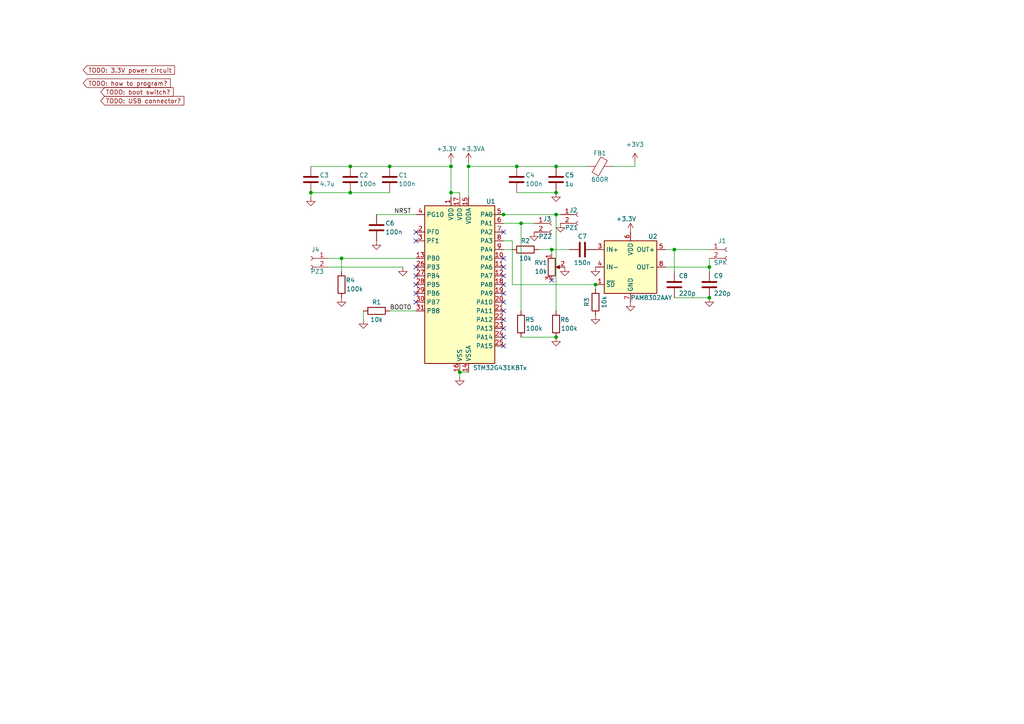
<source format=kicad_sch>
(kicad_sch (version 20230121) (generator eeschema)
  (paper "A4")
  (lib_symbols
    (symbol "Amplifier_Audio:PAM8302AAY"
      (property "Reference" "U" (at 7.62 11.43 0))
      (property "Value" "PAM8302AAY" (at 7.62 8.89 0))
      (symbol "PAM8302AAY_0_1"
        (rectangle (start -7.62 7.62) (end 7.62 -7.62) (stroke (width 0.254)) (fill (type background)))
      )
      (symbol "PAM8302AAY_1_1"
        (pin input line (at -10.16 -5.08 0) (length 2.54) (name "~{SD}") (number "1"))
        (pin no_connect line (at 7.62 -5.08 180) (length 2.54) hide (name "NC") (number "2"))
        (pin input line (at -10.16 5.08 0) (length 2.54) (name "IN+") (number "3"))
        (pin input line (at -10.16 0 0) (length 2.54) (name "IN-") (number "4"))
        (pin output line (at 10.16 5.08 180) (length 2.54) (name "OUT+") (number "5"))
        (pin power_in line (at 0 10.16 270) (length 2.54) (name "VDD") (number "6"))
        (pin power_in line (at 0 -10.16 90) (length 2.54) (name "GND") (number "7"))
        (pin output line (at 10.16 0 180) (length 2.54) (name "OUT-") (number "8"))
      )
    )
    (symbol "Connector:Conn_01x02_Socket" (pin_names (offset 1.016) hide)
      (property "Reference" "J" (at 0 2.54 0))
      (property "Value" "Conn_01x02_Socket" (at 0 -5.08 0))
      (symbol "Conn_01x02_Socket_1_1"
        (arc (start 0 -2.032) (mid -0.5058 -2.54) (end 0 -3.048) (stroke (width 0.1524)))
        (polyline (pts (xy -1.27 -2.54) (xy -0.508 -2.54)) (stroke (width 0.1524)))
        (polyline (pts (xy -1.27 0) (xy -0.508 0)) (stroke (width 0.1524)))
        (arc (start 0 0.508) (mid -0.5058 0) (end 0 -0.508) (stroke (width 0.1524)))
        (pin passive line (at -5.08 0 0) (length 3.81) (name "Pin_1") (number "1"))
        (pin passive line (at -5.08 -2.54 0) (length 3.81) (name "Pin_2") (number "2"))
      )
    )
    (symbol "Device:C" (pin_numbers hide) (pin_names (offset 0.254))
      (property "Reference" "C" (at 0.635 2.54 0))
      (property "Value" "C" (at 0.635 -2.54 0))
      (symbol "C_0_1"
        (polyline (pts (xy -2.032 -0.762) (xy 2.032 -0.762)) (stroke (width 0.508)))
        (polyline (pts (xy -2.032 0.762) (xy 2.032 0.762)) (stroke (width 0.508)))
      )
      (symbol "C_1_1"
        (pin passive line (at 0 3.81 270) (length 2.794) (name "~") (number "1"))
        (pin passive line (at 0 -3.81 90) (length 2.794) (name "~") (number "2"))
      )
    )
    (symbol "Device:FerriteBead" (pin_numbers hide) (pin_names (offset 0))
      (property "Reference" "FB" (at -3.81 0.635 90))
      (property "Value" "FerriteBead" (at 3.81 0 90))
      (symbol "FerriteBead_0_1"
        (polyline (pts (xy 0 -1.27) (xy 0 -1.2192)))
        (polyline (pts (xy 0 1.27) (xy 0 1.2954)))
        (polyline (pts (xy -2.7686 0.4064) (xy -1.7018 2.2606) (xy 2.7686 -0.3048) (xy 1.6764 -2.159) (xy -2.7686 0.4064)))
      )
      (symbol "FerriteBead_1_1"
        (pin passive line (at 0 3.81 270) (length 2.54) (name "~") (number "1"))
        (pin passive line (at 0 -3.81 90) (length 2.54) (name "~") (number "2"))
      )
    )
    (symbol "Device:R" (pin_numbers hide) (pin_names (offset 0))
      (property "Reference" "R" (at 2.032 0 90))
      (property "Value" "R" (at 0 0 90))
      (symbol "R_0_1"
        (rectangle (start -1.016 -2.54) (end 1.016 2.54) (stroke (width 0.254)))
      )
      (symbol "R_1_1"
        (pin passive line (at 0 3.81 270) (length 1.27) (name "~") (number "1"))
        (pin passive line (at 0 -3.81 90) (length 1.27) (name "~") (number "2"))
      )
    )
    (symbol "Device:R_Potentiometer" (pin_names (offset 1.016) hide)
      (property "Reference" "RV" (at -4.445 0 90))
      (property "Value" "R_Potentiometer" (at -2.54 0 90))
      (symbol "R_Potentiometer_0_1"
        (polyline (pts (xy 2.54 0) (xy 1.524 0)))
        (polyline (pts (xy 1.143 0) (xy 2.286 0.508) (xy 2.286 -0.508) (xy 1.143 0)) (fill (type outline)))
        (rectangle (start 1.016 2.54) (end -1.016 -2.54) (stroke (width 0.254)))
      )
      (symbol "R_Potentiometer_1_1"
        (pin passive line (at 0 3.81 270) (length 1.27) (name "1") (number "1"))
        (pin passive line (at 3.81 0 180) (length 1.27) (name "2") (number "2"))
        (pin passive line (at 0 -3.81 90) (length 1.27) (name "3") (number "3"))
      )
    )
    (symbol "MCU_ST_STM32G4:STM32G431KBTx"
      (property "Reference" "U" (at -10.16 24.13 0))
      (property "Value" "STM32G431KBTx" (at 5.08 24.13 0))
      (symbol "STM32G431KBTx_0_1"
        (rectangle (start -10.16 -22.86) (end 10.16 22.86) (stroke (width 0.254)) (fill (type background)))
      )
      (symbol "STM32G431KBTx_1_1"
        (pin power_in line (at -2.54 25.4 270) (length 2.54) (name "VDD") (number "1"))
        (pin bidirectional line (at 12.7 7.62 180) (length 2.54) (name "PA5") (number "10"))
        (pin bidirectional line (at 12.7 5.08 180) (length 2.54) (name "PA6") (number "11"))
        (pin bidirectional line (at 12.7 2.54 180) (length 2.54) (name "PA7") (number "12"))
        (pin bidirectional line (at -12.7 7.62 0) (length 2.54) (name "PB0") (number "13"))
        (pin power_in line (at 2.54 -25.4 90) (length 2.54) (name "VSSA") (number "14"))
        (pin power_in line (at 2.54 25.4 270) (length 2.54) (name "VDDA") (number "15"))
        (pin power_in line (at 0 -25.4 90) (length 2.54) (name "VSS") (number "16"))
        (pin power_in line (at 0 25.4 270) (length 2.54) (name "VDD") (number "17"))
        (pin bidirectional line (at 12.7 0 180) (length 2.54) (name "PA8") (number "18"))
        (pin bidirectional line (at 12.7 -2.54 180) (length 2.54) (name "PA9") (number "19"))
        (pin bidirectional line (at -12.7 15.24 0) (length 2.54) (name "PF0") (number "2"))
        (pin bidirectional line (at 12.7 -5.08 180) (length 2.54) (name "PA10") (number "20"))
        (pin bidirectional line (at 12.7 -7.62 180) (length 2.54) (name "PA11") (number "21"))
        (pin bidirectional line (at 12.7 -10.16 180) (length 2.54) (name "PA12") (number "22"))
        (pin bidirectional line (at 12.7 -12.7 180) (length 2.54) (name "PA13") (number "23"))
        (pin bidirectional line (at 12.7 -15.24 180) (length 2.54) (name "PA14") (number "24"))
        (pin bidirectional line (at 12.7 -17.78 180) (length 2.54) (name "PA15") (number "25"))
        (pin bidirectional line (at -12.7 5.08 0) (length 2.54) (name "PB3") (number "26"))
        (pin bidirectional line (at -12.7 2.54 0) (length 2.54) (name "PB4") (number "27"))
        (pin bidirectional line (at -12.7 0 0) (length 2.54) (name "PB5") (number "28"))
        (pin bidirectional line (at -12.7 -2.54 0) (length 2.54) (name "PB6") (number "29"))
        (pin bidirectional line (at -12.7 12.7 0) (length 2.54) (name "PF1") (number "3"))
        (pin bidirectional line (at -12.7 -5.08 0) (length 2.54) (name "PB7") (number "30"))
        (pin bidirectional line (at -12.7 -7.62 0) (length 2.54) (name "PB8") (number "31"))
        (pin passive line (at 0 -25.4 90) (length 2.54) hide (name "VSS") (number "32"))
        (pin bidirectional line (at -12.7 20.32 0) (length 2.54) (name "PG10") (number "4"))
        (pin bidirectional line (at 12.7 20.32 180) (length 2.54) (name "PA0") (number "5"))
        (pin bidirectional line (at 12.7 17.78 180) (length 2.54) (name "PA1") (number "6"))
        (pin bidirectional line (at 12.7 15.24 180) (length 2.54) (name "PA2") (number "7"))
        (pin bidirectional line (at 12.7 12.7 180) (length 2.54) (name "PA3") (number "8"))
        (pin bidirectional line (at 12.7 10.16 180) (length 2.54) (name "PA4") (number "9"))
      )
    )
    (symbol "power:+3.3V" (power) (pin_names (offset 0))
      (property "Value" "+3.3V" (at 0 3.556 0))
      (symbol "+3.3V_0_1"
        (polyline (pts (xy -0.762 1.27) (xy 0 2.54)))
        (polyline (pts (xy 0 0) (xy 0 2.54)))
        (polyline (pts (xy 0 2.54) (xy 0.762 1.27)))
      )
      (symbol "+3.3V_1_1"
        (pin power_in line (at 0 0 90) (length 0) hide (name "+3.3V") (number "1"))
      )
    )
    (symbol "power:+3.3VA" (power) (pin_names (offset 0))
      (property "Value" "+3.3VA" (at 0 3.556 0))
      (symbol "+3.3VA_0_1"
        (polyline (pts (xy -0.762 1.27) (xy 0 2.54)))
        (polyline (pts (xy 0 0) (xy 0 2.54)))
        (polyline (pts (xy 0 2.54) (xy 0.762 1.27)))
      )
      (symbol "+3.3VA_1_1"
        (pin power_in line (at 0 0 90) (length 0) hide (name "+3.3VA") (number "1"))
      )
    )
    (symbol "power:+3V3" (power) (pin_names (offset 0))
      (property "Value" "+3V3" (at 0 3.556 0))
      (symbol "+3V3_0_1"
        (polyline (pts (xy -0.762 1.27) (xy 0 2.54)))
        (polyline (pts (xy 0 0) (xy 0 2.54)))
        (polyline (pts (xy 0 2.54) (xy 0.762 1.27)))
      )
      (symbol "+3V3_1_1"
        (pin power_in line (at 0 0 90) (length 0) hide (name "+3V3") (number "1"))
      )
    )
    (symbol "power:GND" (power) (pin_names (offset 0))
      (property "Value" "GND" (at 0 -3.81 0))
      (symbol "GND_0_1"
        (polyline (pts (xy 0 0) (xy 0 -1.27) (xy 1.27 -1.27) (xy 0 -2.54) (xy -1.27 -1.27) (xy 0 -1.27)))
      )
      (symbol "GND_1_1"
        (pin power_in line (at 0 0 270) (length 0) hide (name "GND") (number "1"))
      )
    )
  )
  (junction (at 161.29 97.79))
  (junction (at 172.72 82.55))
  (junction (at 90.17 55.88))
  (junction (at 130.81 55.88))
  (junction (at 149.86 48.26))
  (junction (at 99.06 74.93))
  (junction (at 135.89 48.26))
  (junction (at 205.74 86.36))
  (junction (at 151.13 64.77))
  (junction (at 113.03 48.26))
  (junction (at 101.6 55.88))
  (junction (at 195.58 72.39))
  (junction (at 133.35 107.95))
  (junction (at 205.74 77.47))
  (junction (at 146.05 62.23))
  (junction (at 160.02 72.39))
  (junction (at 161.29 55.88))
  (junction (at 161.29 62.23))
  (junction (at 161.29 48.26))
  (junction (at 130.81 48.26))
  (junction (at 101.6 48.26))
  (no_connect (at 146.05 97.79))
  (no_connect (at 120.65 85.09))
  (no_connect (at 120.65 77.47))
  (no_connect (at 120.65 87.63))
  (no_connect (at 146.05 82.55))
  (no_connect (at 120.65 80.01))
  (no_connect (at 146.05 92.71))
  (no_connect (at 120.65 82.55))
  (no_connect (at 146.05 87.63))
  (no_connect (at 146.05 95.25))
  (no_connect (at 146.05 90.17))
  (no_connect (at 146.05 85.09))
  (no_connect (at 146.05 100.33))
  (no_connect (at 146.05 80.01))
  (no_connect (at 146.05 67.31))
  (no_connect (at 146.05 77.47))
  (no_connect (at 120.65 69.85))
  (no_connect (at 120.65 67.31))
  (no_connect (at 146.05 74.93))
  (no_connect (at 160.02 81.28))
  (wire (pts (xy 133.35 55.88) (xy 133.35 57.15)))
  (wire (pts (xy 146.05 64.77) (xy 151.13 64.77)))
  (wire (pts (xy 130.81 46.99) (xy 130.81 48.26)))
  (wire (pts (xy 205.74 77.47) (xy 205.74 78.74)))
  (wire (pts (xy 140.97 62.23) (xy 146.05 62.23)))
  (wire (pts (xy 148.59 82.55) (xy 172.72 82.55)))
  (wire (pts (xy 161.29 62.23) (xy 162.56 62.23)))
  (wire (pts (xy 101.6 48.26) (xy 90.17 48.26)))
  (wire (pts (xy 113.03 48.26) (xy 101.6 48.26)))
  (wire (pts (xy 135.89 46.99) (xy 135.89 48.26)))
  (wire (pts (xy 172.72 82.55) (xy 172.72 83.82)))
  (wire (pts (xy 148.59 69.85) (xy 148.59 82.55)))
  (wire (pts (xy 161.29 62.23) (xy 161.29 90.17)))
  (wire (pts (xy 184.15 46.99) (xy 184.15 48.26)))
  (wire (pts (xy 130.81 55.88) (xy 130.81 57.15)))
  (wire (pts (xy 165.1 72.39) (xy 160.02 72.39)))
  (wire (pts (xy 135.89 48.26) (xy 149.86 48.26)))
  (wire (pts (xy 156.21 72.39) (xy 160.02 72.39)))
  (wire (pts (xy 161.29 48.26) (xy 170.18 48.26)))
  (wire (pts (xy 133.35 107.95) (xy 133.35 109.22)))
  (wire (pts (xy 109.22 62.23) (xy 120.65 62.23)))
  (wire (pts (xy 133.35 107.95) (xy 135.89 107.95)))
  (wire (pts (xy 130.81 48.26) (xy 113.03 48.26)))
  (wire (pts (xy 151.13 64.77) (xy 151.13 90.17)))
  (wire (pts (xy 151.13 64.77) (xy 154.94 64.77)))
  (wire (pts (xy 99.06 74.93) (xy 120.65 74.93)))
  (wire (pts (xy 130.81 55.88) (xy 133.35 55.88)))
  (wire (pts (xy 101.6 55.88) (xy 113.03 55.88)))
  (wire (pts (xy 151.13 97.79) (xy 161.29 97.79)))
  (wire (pts (xy 205.74 77.47) (xy 205.74 74.93)))
  (wire (pts (xy 195.58 72.39) (xy 205.74 72.39)))
  (wire (pts (xy 99.06 74.93) (xy 99.06 78.74)))
  (wire (pts (xy 90.17 57.15) (xy 90.17 55.88)))
  (wire (pts (xy 90.17 55.88) (xy 101.6 55.88)))
  (wire (pts (xy 193.04 77.47) (xy 205.74 77.47)))
  (wire (pts (xy 146.05 62.23) (xy 161.29 62.23)))
  (wire (pts (xy 160.02 72.39) (xy 160.02 73.66)))
  (wire (pts (xy 105.41 90.17) (xy 105.41 92.71)))
  (wire (pts (xy 184.15 48.26) (xy 177.8 48.26)))
  (wire (pts (xy 195.58 86.36) (xy 205.74 86.36)))
  (wire (pts (xy 135.89 48.26) (xy 135.89 57.15)))
  (wire (pts (xy 146.05 69.85) (xy 148.59 69.85)))
  (wire (pts (xy 130.81 55.88) (xy 130.81 48.26)))
  (wire (pts (xy 149.86 55.88) (xy 161.29 55.88)))
  (wire (pts (xy 95.25 74.93) (xy 99.06 74.93)))
  (wire (pts (xy 149.86 48.26) (xy 161.29 48.26)))
  (wire (pts (xy 148.59 72.39) (xy 146.05 72.39)))
  (wire (pts (xy 195.58 72.39) (xy 195.58 78.74)))
  (wire (pts (xy 95.25 77.47) (xy 116.84 77.47)))
  (wire (pts (xy 113.03 90.17) (xy 120.65 90.17)))
  (wire (pts (xy 193.04 72.39) (xy 195.58 72.39)))
  (label "NRST" (at 114.3 62.23 0))
  (label "BOOT0" (at 113.03 90.17 0))
  (global_label "TODO: how to program?" (shape input) (at 24.13 24.13 0) (property "Intersheetrefs" "${INTERSHEET_REFS}" (effects hide)))
  (global_label "TODO: 3.3V power circuit" (shape input) (at 24.13 20.32 0) (property "Intersheetrefs" "${INTERSHEET_REFS}" (effects hide)))
  (global_label "TODO: boot switch?" (shape input) (at 29.21 26.67 0) (property "Intersheetrefs" "${INTERSHEET_REFS}" (effects hide)))
  (global_label "TODO: USB connector?" (shape input) (at 29.21 29.21 0) (property "Intersheetrefs" "${INTERSHEET_REFS}" (effects hide)))
  (symbol (lib_id "Device:R") (at 161.29 93.98 0) (unit 1)
    (property "Reference" "R6" (at 163.83 92.71 0))
    (property "Value" "100k" (at 165.1 95.25 0))
  )
  (symbol (lib_id "Device:C") (at 90.17 52.07 0) (unit 1)
    (property "Reference" "C3" (at 92.71 50.8 0) (effects (justify left)))
    (property "Value" "4.7u" (at 92.71 53.34 0) (effects (justify left)))
  )
  (symbol (lib_id "Device:C") (at 149.86 52.07 0) (unit 1)
    (property "Reference" "C4" (at 152.4 50.8 0) (effects (justify left)))
    (property "Value" "100n" (at 152.4 53.34 0) (effects (justify left)))
  )
  (symbol (lib_id "power:GND") (at 172.72 77.47 0) (unit 1)
    (property "Reference" "#PWR09" (effects hide))
    (property "Value" "GND" (effects hide))
  )
  (symbol (lib_id "power:+3.3V") (at 130.81 46.99 0) (unit 1)
    (property "Reference" "#PWR01" (effects hide))
    (property "Value" "+3.3V" (at 129.54 43.18 0))
  )
  (symbol (lib_id "power:GND") (at 109.22 69.85 0) (unit 1)
    (property "Reference" "#PWR08" (effects hide))
    (property "Value" "GND" (effects hide))
  )
  (symbol (lib_id "Device:R") (at 151.13 93.98 0) (unit 1)
    (property "Reference" "R5" (at 153.67 92.71 0))
    (property "Value" "100k" (at 154.94 95.25 0))
  )
  (symbol (lib_id "Device:R") (at 152.4 72.39 90) (unit 1)
    (property "Reference" "R2" (at 152.4 69.85 90))
    (property "Value" "10k" (at 152.4 74.93 90))
  )
  (symbol (lib_id "Connector:Conn_01x02_Socket") (at 167.64 62.23 0) (unit 1)
    (property "Reference" "J2" (at 165.1 60.96 0) (effects (justify left)))
    (property "Value" "PZ1" (at 163.83 66.04 0) (effects (justify left)))
  )
  (symbol (lib_id "Device:C") (at 101.6 52.07 0) (unit 1)
    (property "Reference" "C2" (at 104.14 50.8 0) (effects (justify left)))
    (property "Value" "100n" (at 104.14 53.34 0) (effects (justify left)))
  )
  (symbol (lib_id "Device:C") (at 109.22 66.04 0) (unit 1)
    (property "Reference" "C6" (at 111.76 64.77 0) (effects (justify left)))
    (property "Value" "100n" (at 111.76 67.31 0) (effects (justify left)))
  )
  (symbol (lib_id "power:GND") (at 162.56 64.77 0) (unit 1)
    (property "Reference" "#PWR015" (effects hide))
    (property "Value" "GND" (effects hide))
  )
  (symbol (lib_id "Device:R_Potentiometer") (at 160.02 77.47 0) (unit 1)
    (property "Reference" "RV1" (at 158.75 76.2 0) (effects (justify right)))
    (property "Value" "10k" (at 158.75 78.74 0) (effects (justify right)))
  )
  (symbol (lib_id "power:GND") (at 182.88 87.63 0) (unit 1)
    (property "Reference" "#PWR010" (effects hide))
    (property "Value" "GND" (effects hide))
  )
  (symbol (lib_id "power:GND") (at 116.84 77.47 0) (unit 1)
    (property "Reference" "#PWR017" (effects hide))
    (property "Value" "GND" (effects hide))
  )
  (symbol (lib_id "Device:C") (at 113.03 52.07 0) (unit 1)
    (property "Reference" "C1" (at 115.57 50.8 0) (effects (justify left)))
    (property "Value" "100n" (at 115.57 53.34 0) (effects (justify left)))
  )
  (symbol (lib_id "Connector:Conn_01x02_Socket") (at 90.17 74.93 0) (mirror y) (unit 1)
    (property "Reference" "J4" (at 92.71 72.39 0) (effects (justify left)))
    (property "Value" "PZ3" (at 93.98 78.74 0) (effects (justify left)))
  )
  (symbol (lib_id "Device:C") (at 205.74 82.55 0) (unit 1)
    (property "Reference" "C9" (at 207.01 80.01 0) (effects (justify left)))
    (property "Value" "220p" (at 207.01 85.09 0) (effects (justify left)))
  )
  (symbol (lib_id "Device:R") (at 172.72 87.63 180) (unit 1)
    (property "Reference" "R3" (at 170.18 87.63 90))
    (property "Value" "10k" (at 175.26 87.63 90))
  )
  (symbol (lib_id "power:+3.3VA") (at 135.89 46.99 0) (unit 1)
    (property "Reference" "#PWR04" (effects hide))
    (property "Value" "+3.3VA" (at 137.16 43.18 0))
  )
  (symbol (lib_id "power:GND") (at 154.94 67.31 0) (unit 1)
    (property "Reference" "#PWR016" (effects hide))
    (property "Value" "GND" (effects hide))
  )
  (symbol (lib_id "Device:R") (at 99.06 82.55 180) (unit 1)
    (property "Reference" "R4" (at 101.6 81.28 0))
    (property "Value" "100k" (at 102.87 83.82 0))
  )
  (symbol (lib_id "power:GND") (at 172.72 91.44 0) (unit 1)
    (property "Reference" "#PWR011" (effects hide))
    (property "Value" "GND" (effects hide))
  )
  (symbol (lib_id "Device:R") (at 109.22 90.17 90) (unit 1)
    (property "Reference" "R1" (at 109.22 87.63 90))
    (property "Value" "10k" (at 109.22 92.71 90))
  )
  (symbol (lib_id "Device:C") (at 195.58 82.55 0) (unit 1)
    (property "Reference" "C8" (at 196.85 80.01 0) (effects (justify left)))
    (property "Value" "220p" (at 196.85 85.09 0) (effects (justify left)))
  )
  (symbol (lib_id "power:+3V3") (at 184.15 46.99 0) (unit 1)
    (property "Reference" "#PWR06" (effects hide))
    (property "Value" "+3V3" (at 184.15 41.91 0))
  )
  (symbol (lib_id "Device:FerriteBead") (at 173.99 48.26 90) (unit 1)
    (property "Reference" "FB1" (at 173.99 44.45 90))
    (property "Value" "600R" (at 173.99 52.07 90))
  )
  (symbol (lib_id "Amplifier_Audio:PAM8302AAY") (at 182.88 77.47 0) (unit 1)
    (property "Reference" "U2" (at 187.96 68.58 0) (effects (justify left)))
    (property "Value" "PAM8302AAY" (at 182.88 86.36 0) (effects (justify left)))
    (property "Footprint" "Package_DFN_QFN:DFN-8-1EP_3x3mm_P0.65mm_EP1.55x2.4mm" (effects hide))
    (property "Datasheet" "https://www.diodes.com/assets/Datasheets/PAM8302A.pdf" (effects hide))
  )
  (symbol (lib_id "Connector:Conn_01x02_Socket") (at 210.82 72.39 0) (unit 1)
    (property "Reference" "J1" (at 208.28 69.85 0) (effects (justify left)))
    (property "Value" "SPK " (at 207.01 76.2 0) (effects (justify left)))
  )
  (symbol (lib_id "power:GND") (at 90.17 57.15 0) (unit 1)
    (property "Reference" "#PWR02" (effects hide))
    (property "Value" "GND" (effects hide))
  )
  (symbol (lib_id "power:GND") (at 161.29 97.79 0) (unit 1)
    (property "Reference" "#PWR019" (effects hide))
    (property "Value" "GND" (effects hide))
  )
  (symbol (lib_id "power:GND") (at 99.06 86.36 0) (unit 1)
    (property "Reference" "#PWR018" (effects hide))
    (property "Value" "GND" (effects hide))
  )
  (symbol (lib_id "Connector:Conn_01x02_Socket") (at 160.02 64.77 0) (unit 1)
    (property "Reference" "J3" (at 157.48 63.5 0) (effects (justify left)))
    (property "Value" "PZ2" (at 156.21 68.58 0) (effects (justify left)))
  )
  (symbol (lib_id "power:GND") (at 133.35 109.22 0) (unit 1)
    (property "Reference" "#PWR03" (effects hide))
    (property "Value" "GND" (effects hide))
  )
  (symbol (lib_id "power:+3.3V") (at 182.88 67.31 0) (unit 1)
    (property "Reference" "#PWR012" (effects hide))
    (property "Value" "+3.3V" (at 181.61 63.5 0))
  )
  (symbol (lib_id "Device:C") (at 168.91 72.39 90) (unit 1)
    (property "Reference" "C7" (at 168.91 68.58 90))
    (property "Value" "150n" (at 168.91 76.2 90))
  )
  (symbol (lib_id "power:GND") (at 163.83 77.47 0) (unit 1)
    (property "Reference" "#PWR013" (effects hide))
    (property "Value" "GND" (effects hide))
  )
  (symbol (lib_id "power:GND") (at 205.74 86.36 0) (unit 1)
    (property "Reference" "#PWR014" (effects hide))
    (property "Value" "GND" (effects hide))
  )
  (symbol (lib_id "Device:C") (at 161.29 52.07 0) (unit 1)
    (property "Reference" "C5" (at 163.83 50.8 0) (effects (justify left)))
    (property "Value" "1u" (at 163.83 53.34 0) (effects (justify left)))
  )
  (symbol (lib_id "MCU_ST_STM32G4:STM32G431KBTx") (at 133.35 82.55 0) (unit 1)
    (property "Reference" "U1" (at 140.97 58.42 0) (effects (justify left)))
    (property "Value" "STM32G431KBTx" (at 137.16 106.68 0) (effects (justify left)))
    (property "Footprint" "Package_QFP:LQFP-32_7x7mm_P0.8mm" (effects hide))
    (property "Datasheet" "https://www.st.com/resource/en/datasheet/stm32g431kb.pdf" (effects hide))
  )
  (symbol (lib_id "power:GND") (at 105.41 92.71 0) (unit 1)
    (property "Reference" "#PWR07" (effects hide))
    (property "Value" "GND" (effects hide))
  )
  (symbol (lib_id "power:GND") (at 161.29 55.88 0) (unit 1)
    (property "Reference" "#PWR05" (effects hide))
    (property "Value" "GND" (effects hide))
  )
)
</source>
